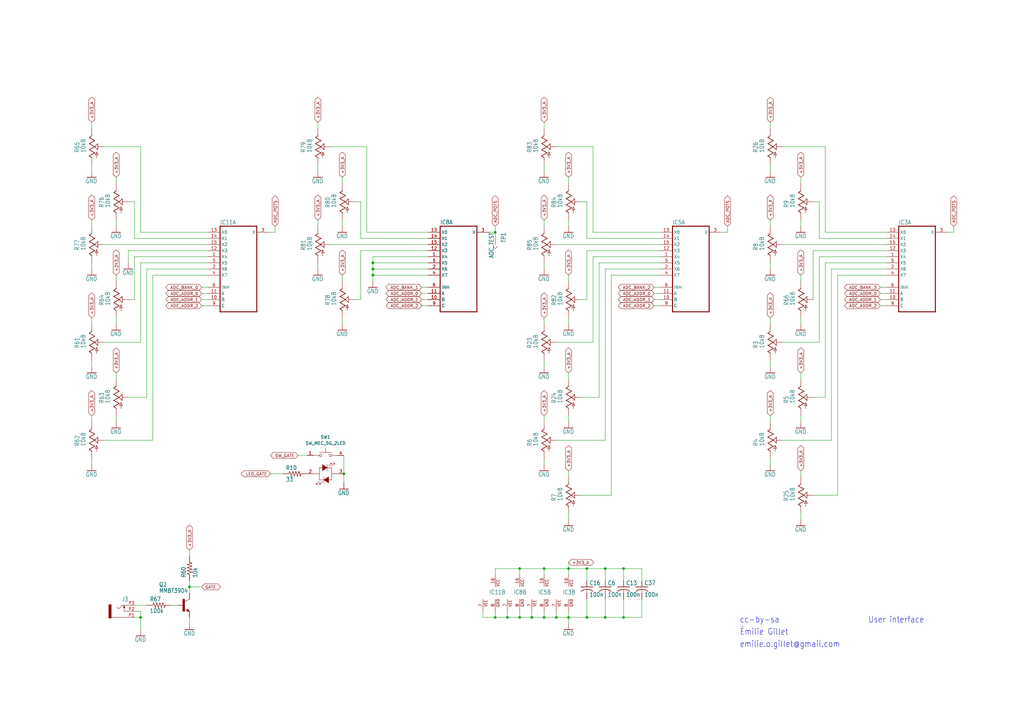
<source format=kicad_sch>
(kicad_sch (version 20211123) (generator eeschema)
  (paper "User" 425.45 299.161)
  (lib_symbols
    (symbol "Switch:SW_MEC_5G_2LED" (pin_names (offset 1.016) hide)
      (property "Reference" "SW" (at -5.08 7.62 0))
      (property "Value" "SW_MEC_5G_2LED" (at 0 -8.89 0))
      (symbol "SW_MEC_5G_2LED_0_1"
        (pin passive line (at -7.62 5.08 0) (length 2.54) (name "1") (number "1"))
        (pin passive line (at -7.62 -2.54 0) (length 2.54) (name "2") (number "2"))
        (pin passive line (at 7.62 -2.54 180) (length 2.54) (name "K") (number "3"))
        (pin passive line (at 7.62 5.08 180) (length 2.54) (name "A") (number "4"))
      )
    )
    (symbol "elements-eagle-import:-NPN-SOT23-BEC"
      (property "Reference" "T" (at -10.16 7.62 0))
      (property "Value" "-NPN-SOT23-BEC" (at -10.16 5.08 0))
      (symbol "-NPN-SOT23-BEC_1_0"
        (pin passive line (at -2.54 0 0) (length 2.54) (name "B") (number "B"))
        (pin passive line (at 2.54 5.08 270) (length 2.54) (name "C") (number "C"))
        (pin passive line (at 2.54 -5.08 90) (length 2.54) (name "E") (number "E"))
      )
    )
    (symbol "elements-eagle-import:4051PW"
      (property "Reference" "IC" (at -2.54 -0.635 0))
      (symbol "4051PW_1_0"
        (pin bidirectional line (at -12.7 5.08 0) (length 5.08) (name "X4") (number "1"))
        (pin input line (at -12.7 -12.7 0) (length 5.08) (name "B") (number "10"))
        (pin input line (at -12.7 -10.16 0) (length 5.08) (name "A") (number "11"))
        (pin bidirectional line (at -12.7 7.62 0) (length 5.08) (name "X3") (number "12"))
        (pin bidirectional line (at -12.7 15.24 0) (length 5.08) (name "X0") (number "13"))
        (pin bidirectional line (at -12.7 12.7 0) (length 5.08) (name "X1") (number "14"))
        (pin bidirectional line (at -12.7 10.16 0) (length 5.08) (name "X2") (number "15"))
        (pin bidirectional line (at -12.7 0 0) (length 5.08) (name "X6") (number "2"))
        (pin bidirectional line (at 12.7 15.24 180) (length 5.08) (name "X") (number "3"))
        (pin bidirectional line (at -12.7 -2.54 0) (length 5.08) (name "X7") (number "4"))
        (pin bidirectional line (at -12.7 2.54 0) (length 5.08) (name "X5") (number "5"))
        (pin input line (at -12.7 -7.62 0) (length 5.08) (name "INH") (number "6"))
        (pin input line (at -12.7 -15.24 0) (length 5.08) (name "C") (number "9"))
      )
      (symbol "4051PW_2_0"
        (text "GND" (at 1.905 -5.842 900) (effects (font (size 1.27 1.0795)) (justify left bottom)))
        (text "VCC" (at 1.905 2.54 900) (effects (font (size 1.27 1.0795)) (justify left bottom)))
        (text "VEE" (at -3.175 -5.842 900) (effects (font (size 1.27 1.0795)) (justify left bottom)))
        (pin power_in line (at 0 7.62 270) (length 5.08) (name "VCC") (number "16"))
        (pin power_in line (at -5.08 -7.62 90) (length 5.08) (name "VEE") (number "7"))
        (pin power_in line (at 0 -7.62 90) (length 5.08) (name "GND") (number "8"))
      )
    )
    (symbol "elements-eagle-import:C-USC0603"
      (property "Reference" "C" (at 1.016 0.635 0))
      (property "Value" "C-USC0603" (at 1.016 -4.191 0))
      (symbol "C-USC0603_1_0"
        (pin passive line (at 0 2.54 270) (length 2.54) (name "1") (number "1"))
        (pin passive line (at 0 -5.08 90) (length 2.54) (name "2") (number "2"))
      )
    )
    (symbol "elements-eagle-import:GND" (power)
      (property "Value" "GND" (at -2.54 -2.54 0))
      (symbol "GND_1_0"
        (pin power_in line (at 0 2.54 270) (length 2.54) (name "GND") (number "1"))
      )
    )
    (symbol "elements-eagle-import:PJ301_THONKICONN6"
      (property "Reference" "J" (at -2.54 4.064 0))
      (symbol "PJ301_THONKICONN6_1_0"
        (pin passive line (at -5.08 -2.54 0) (length 2.54) (name "1") (number "P1"))
        (pin passive line (at -5.08 0 0) (length 2.54) (name "2") (number "P2"))
        (pin passive line (at -5.08 2.54 0) (length 2.54) (name "3") (number "P3"))
      )
    )
    (symbol "elements-eagle-import:POT_USVERTICAL"
      (property "Reference" "R" (at -5.08 -2.54 90))
      (property "Value" "POT_USVERTICAL" (at -2.54 -2.54 90))
      (symbol "POT_USVERTICAL_1_0"
        (pin passive line (at 0 7.62 270) (length 2.54) (name "E") (number "P$1"))
        (pin passive line (at 5.08 0 180) (length 2.54) (name "S") (number "P$2"))
        (pin passive line (at 0 -7.62 90) (length 2.54) (name "A") (number "P$3"))
      )
    )
    (symbol "elements-eagle-import:POT_USVERTICAL_PS"
      (property "Reference" "R" (at -5.08 -2.54 90))
      (property "Value" "POT_USVERTICAL_PS" (at -2.54 -2.54 90))
      (symbol "POT_USVERTICAL_PS_1_0"
        (pin passive line (at 0 7.62 270) (length 2.54) (name "E") (number "P$1"))
        (pin passive line (at 5.08 0 180) (length 2.54) (name "S") (number "P$2"))
        (pin passive line (at 0 -7.62 90) (length 2.54) (name "A") (number "P$3"))
      )
    )
    (symbol "elements-eagle-import:R-US_R0603"
      (property "Reference" "R" (at -3.81 1.4986 0))
      (property "Value" "R-US_R0603" (at -3.81 -3.302 0))
      (symbol "R-US_R0603_1_0"
        (pin passive line (at -5.08 0 0) (length 2.54) (name "1") (number "1"))
        (pin passive line (at 5.08 0 180) (length 2.54) (name "2") (number "2"))
      )
    )
    (symbol "elements-eagle-import:TEST-POINT3"
      (property "Reference" "TP" (at -2.54 2.54 0))
      (property "Value" "TEST-POINT3" (at -2.54 -2.54 0))
      (symbol "TEST-POINT3_1_0"
        (pin bidirectional line (at 0 0 180) (length 0) (name "1") (number "P$1"))
      )
    )
  )
  (junction (at 236.22 256.54))
  (junction (at 243.84 256.54))
  (junction (at 78.74 243.84))
  (junction (at 205.74 96.52))
  (junction (at 154.94 111.76))
  (junction (at 251.46 256.54))
  (junction (at 215.9 256.54))
  (junction (at 58.42 256.54))
  (junction (at 205.74 256.54))
  (junction (at 236.22 236.22))
  (junction (at 243.84 236.22))
  (junction (at 220.98 256.54))
  (junction (at 226.06 256.54))
  (junction (at 231.14 256.54))
  (junction (at 259.08 256.54))
  (junction (at 251.46 236.22))
  (junction (at 215.9 236.22))
  (junction (at 259.08 236.22))
  (junction (at 210.82 256.54))
  (junction (at 154.94 109.22))
  (junction (at 154.94 114.3))
  (junction (at 142.875 196.85))
  (junction (at 226.06 236.22))
  (wire (pts (xy 254 205.74) (xy 254 114.3)))
  (wire (pts (xy 154.94 109.22) (xy 154.94 111.76)))
  (wire (pts (xy 86.36 127) (xy 83.82 127)))
  (wire (pts (xy 251.46 182.88) (xy 251.46 111.76)))
  (wire (pts (xy 243.84 99.06) (xy 274.32 99.06)))
  (wire (pts (xy 210.82 256.54) (xy 215.9 256.54)))
  (wire (pts (xy 152.4 96.52) (xy 177.8 96.52)))
  (wire (pts (xy 200.66 254) (xy 200.66 256.54)))
  (wire (pts (xy 63.5 114.3) (xy 86.36 114.3)))
  (wire (pts (xy 337.82 104.14) (xy 368.3 104.14)))
  (wire (pts (xy 345.44 182.88) (xy 345.44 111.76)))
  (wire (pts (xy 205.74 96.52) (xy 205.74 93.98)))
  (wire (pts (xy 332.74 157.48) (xy 332.74 154.94)))
  (wire (pts (xy 203.2 96.52) (xy 205.74 96.52)))
  (wire (pts (xy 251.46 248.92) (xy 251.46 256.54)))
  (wire (pts (xy 226.06 93.98) (xy 226.06 91.44)))
  (wire (pts (xy 86.36 124.46) (xy 83.82 124.46)))
  (wire (pts (xy 325.12 60.96) (xy 342.9 60.96)))
  (wire (pts (xy 248.92 165.1) (xy 248.92 109.22)))
  (wire (pts (xy 58.42 96.52) (xy 86.36 96.52)))
  (wire (pts (xy 111.76 96.52) (xy 114.3 96.52)))
  (wire (pts (xy 274.32 127) (xy 271.78 127)))
  (wire (pts (xy 345.44 111.76) (xy 368.3 111.76)))
  (wire (pts (xy 248.92 109.22) (xy 274.32 109.22)))
  (wire (pts (xy 123.825 189.23) (xy 127.635 189.23)))
  (wire (pts (xy 215.9 236.22) (xy 226.06 236.22)))
  (wire (pts (xy 243.84 104.14) (xy 274.32 104.14)))
  (wire (pts (xy 320.04 93.98) (xy 320.04 91.44)))
  (wire (pts (xy 337.82 124.46) (xy 337.82 104.14)))
  (wire (pts (xy 177.8 127) (xy 175.26 127)))
  (wire (pts (xy 55.88 99.06) (xy 86.36 99.06)))
  (wire (pts (xy 274.32 124.46) (xy 271.78 124.46)))
  (wire (pts (xy 236.22 198.12) (xy 236.22 195.58)))
  (wire (pts (xy 243.84 83.82) (xy 243.84 99.06)))
  (wire (pts (xy 274.32 119.38) (xy 271.78 119.38)))
  (wire (pts (xy 246.38 106.68) (xy 274.32 106.68)))
  (wire (pts (xy 132.08 68.58) (xy 132.08 71.12)))
  (wire (pts (xy 226.06 238.76) (xy 226.06 236.22)))
  (wire (pts (xy 154.94 106.68) (xy 154.94 109.22)))
  (wire (pts (xy 63.5 182.88) (xy 63.5 114.3)))
  (wire (pts (xy 320.04 134.62) (xy 320.04 132.08)))
  (wire (pts (xy 251.46 241.3) (xy 251.46 236.22)))
  (wire (pts (xy 342.9 165.1) (xy 342.9 109.22)))
  (wire (pts (xy 86.36 104.14) (xy 53.34 104.14)))
  (wire (pts (xy 205.74 96.52) (xy 205.74 99.06)))
  (wire (pts (xy 246.38 142.24) (xy 246.38 106.68)))
  (wire (pts (xy 38.1 109.22) (xy 38.1 111.76)))
  (wire (pts (xy 243.84 248.92) (xy 243.84 256.54)))
  (wire (pts (xy 241.3 205.74) (xy 254 205.74)))
  (wire (pts (xy 251.46 236.22) (xy 259.08 236.22)))
  (wire (pts (xy 58.42 142.24) (xy 58.42 109.22)))
  (wire (pts (xy 177.8 114.3) (xy 154.94 114.3)))
  (wire (pts (xy 58.42 60.96) (xy 58.42 96.52)))
  (wire (pts (xy 149.86 99.06) (xy 177.8 99.06)))
  (wire (pts (xy 149.86 83.82) (xy 149.86 99.06)))
  (wire (pts (xy 251.46 256.54) (xy 259.08 256.54)))
  (wire (pts (xy 320.04 190.5) (xy 320.04 193.04)))
  (wire (pts (xy 274.32 121.92) (xy 271.78 121.92)))
  (wire (pts (xy 152.4 60.96) (xy 152.4 96.52)))
  (wire (pts (xy 347.98 114.3) (xy 368.3 114.3)))
  (wire (pts (xy 48.26 157.48) (xy 48.26 154.94)))
  (wire (pts (xy 38.1 175.26) (xy 38.1 172.72)))
  (wire (pts (xy 337.82 83.82) (xy 340.36 83.82)))
  (wire (pts (xy 236.22 256.54) (xy 243.84 256.54)))
  (wire (pts (xy 142.24 76.2) (xy 142.24 73.66)))
  (wire (pts (xy 149.86 104.14) (xy 177.8 104.14)))
  (wire (pts (xy 205.74 256.54) (xy 210.82 256.54)))
  (wire (pts (xy 342.9 60.96) (xy 342.9 96.52)))
  (wire (pts (xy 48.26 132.08) (xy 48.26 134.62)))
  (wire (pts (xy 147.32 83.82) (xy 149.86 83.82)))
  (wire (pts (xy 215.9 256.54) (xy 220.98 256.54)))
  (wire (pts (xy 142.875 196.85) (xy 142.875 200.66)))
  (wire (pts (xy 147.32 124.46) (xy 149.86 124.46)))
  (wire (pts (xy 177.8 124.46) (xy 175.26 124.46)))
  (wire (pts (xy 231.14 60.96) (xy 246.38 60.96)))
  (wire (pts (xy 241.3 83.82) (xy 243.84 83.82)))
  (wire (pts (xy 60.96 111.76) (xy 86.36 111.76)))
  (wire (pts (xy 259.08 241.3) (xy 259.08 236.22)))
  (wire (pts (xy 231.14 142.24) (xy 246.38 142.24)))
  (wire (pts (xy 325.12 182.88) (xy 345.44 182.88)))
  (wire (pts (xy 332.74 76.2) (xy 332.74 73.66)))
  (wire (pts (xy 266.7 248.92) (xy 266.7 256.54)))
  (wire (pts (xy 347.98 205.74) (xy 347.98 114.3)))
  (wire (pts (xy 236.22 236.22) (xy 236.22 233.68)))
  (wire (pts (xy 177.8 109.22) (xy 154.94 109.22)))
  (wire (pts (xy 58.42 109.22) (xy 86.36 109.22)))
  (wire (pts (xy 177.8 106.68) (xy 154.94 106.68)))
  (wire (pts (xy 142.24 132.08) (xy 142.24 134.62)))
  (wire (pts (xy 55.88 124.46) (xy 55.88 106.68)))
  (wire (pts (xy 48.26 91.44) (xy 48.26 93.98)))
  (wire (pts (xy 396.24 96.52) (xy 396.24 93.98)))
  (wire (pts (xy 340.36 106.68) (xy 368.3 106.68)))
  (wire (pts (xy 368.3 121.92) (xy 365.76 121.92)))
  (wire (pts (xy 53.34 165.1) (xy 60.96 165.1)))
  (wire (pts (xy 226.06 149.86) (xy 226.06 152.4)))
  (wire (pts (xy 259.08 256.54) (xy 266.7 256.54)))
  (wire (pts (xy 215.9 254) (xy 215.9 256.54)))
  (wire (pts (xy 142.875 189.23) (xy 142.875 196.85)))
  (wire (pts (xy 226.06 256.54) (xy 231.14 256.54)))
  (wire (pts (xy 48.26 172.72) (xy 48.26 175.26)))
  (wire (pts (xy 137.16 101.6) (xy 177.8 101.6)))
  (wire (pts (xy 48.26 116.84) (xy 48.26 114.3)))
  (wire (pts (xy 220.98 256.54) (xy 226.06 256.54)))
  (wire (pts (xy 60.96 251.46) (xy 55.88 251.46)))
  (wire (pts (xy 78.74 246.38) (xy 78.74 243.84)))
  (wire (pts (xy 340.36 142.24) (xy 340.36 106.68)))
  (wire (pts (xy 38.1 53.34) (xy 38.1 50.8)))
  (wire (pts (xy 226.06 68.58) (xy 226.06 71.12)))
  (wire (pts (xy 246.38 96.52) (xy 274.32 96.52)))
  (wire (pts (xy 236.22 172.72) (xy 236.22 175.26)))
  (wire (pts (xy 337.82 205.74) (xy 347.98 205.74)))
  (wire (pts (xy 246.38 60.96) (xy 246.38 96.52)))
  (wire (pts (xy 332.74 198.12) (xy 332.74 195.58)))
  (wire (pts (xy 226.06 109.22) (xy 226.06 111.76)))
  (wire (pts (xy 243.84 236.22) (xy 251.46 236.22)))
  (wire (pts (xy 43.18 60.96) (xy 58.42 60.96)))
  (wire (pts (xy 332.74 116.84) (xy 332.74 114.3)))
  (wire (pts (xy 226.06 175.26) (xy 226.06 172.72)))
  (wire (pts (xy 38.1 68.58) (xy 38.1 71.12)))
  (wire (pts (xy 78.74 231.14) (xy 78.74 228.6)))
  (wire (pts (xy 236.22 254) (xy 236.22 256.54)))
  (wire (pts (xy 368.3 127) (xy 365.76 127)))
  (wire (pts (xy 226.06 190.5) (xy 226.06 193.04)))
  (wire (pts (xy 337.82 165.1) (xy 342.9 165.1)))
  (wire (pts (xy 53.34 124.46) (xy 55.88 124.46)))
  (wire (pts (xy 78.74 243.84) (xy 78.74 241.3)))
  (wire (pts (xy 320.04 68.58) (xy 320.04 71.12)))
  (wire (pts (xy 226.06 134.62) (xy 226.06 132.08)))
  (wire (pts (xy 243.84 256.54) (xy 251.46 256.54)))
  (wire (pts (xy 231.14 182.88) (xy 251.46 182.88)))
  (wire (pts (xy 114.3 96.52) (xy 114.3 93.98)))
  (wire (pts (xy 340.36 83.82) (xy 340.36 99.06)))
  (wire (pts (xy 236.22 236.22) (xy 243.84 236.22)))
  (wire (pts (xy 55.88 83.82) (xy 55.88 99.06)))
  (wire (pts (xy 342.9 109.22) (xy 368.3 109.22)))
  (wire (pts (xy 38.1 93.98) (xy 38.1 91.44)))
  (wire (pts (xy 117.475 196.85) (xy 112.395 196.85)))
  (wire (pts (xy 177.8 119.38) (xy 175.26 119.38)))
  (wire (pts (xy 154.94 114.3) (xy 154.94 116.84)))
  (wire (pts (xy 58.42 254) (xy 58.42 256.54)))
  (wire (pts (xy 320.04 53.34) (xy 320.04 50.8)))
  (wire (pts (xy 43.18 142.24) (xy 58.42 142.24)))
  (wire (pts (xy 177.8 121.92) (xy 175.26 121.92)))
  (wire (pts (xy 53.34 83.82) (xy 55.88 83.82)))
  (wire (pts (xy 205.74 236.22) (xy 215.9 236.22)))
  (wire (pts (xy 320.04 175.26) (xy 320.04 172.72)))
  (wire (pts (xy 231.14 256.54) (xy 236.22 256.54)))
  (wire (pts (xy 325.12 142.24) (xy 340.36 142.24)))
  (wire (pts (xy 259.08 236.22) (xy 266.7 236.22)))
  (wire (pts (xy 43.18 182.88) (xy 63.5 182.88)))
  (wire (pts (xy 38.1 134.62) (xy 38.1 132.08)))
  (wire (pts (xy 132.08 109.22) (xy 132.08 111.76)))
  (wire (pts (xy 60.96 165.1) (xy 60.96 111.76)))
  (wire (pts (xy 236.22 91.44) (xy 236.22 93.98)))
  (wire (pts (xy 241.3 124.46) (xy 243.84 124.46)))
  (wire (pts (xy 236.22 76.2) (xy 236.22 73.66)))
  (wire (pts (xy 299.72 96.52) (xy 302.26 96.52)))
  (wire (pts (xy 332.74 132.08) (xy 332.74 134.62)))
  (wire (pts (xy 332.74 91.44) (xy 332.74 93.98)))
  (wire (pts (xy 266.7 241.3) (xy 266.7 236.22)))
  (wire (pts (xy 231.14 101.6) (xy 274.32 101.6)))
  (wire (pts (xy 142.24 116.84) (xy 142.24 114.3)))
  (wire (pts (xy 302.26 96.52) (xy 302.26 93.98)))
  (wire (pts (xy 368.3 119.38) (xy 365.76 119.38)))
  (wire (pts (xy 226.06 254) (xy 226.06 256.54)))
  (wire (pts (xy 332.74 172.72) (xy 332.74 175.26)))
  (wire (pts (xy 154.94 111.76) (xy 154.94 114.3)))
  (wire (pts (xy 236.22 213.36) (xy 236.22 215.9)))
  (wire (pts (xy 254 114.3) (xy 274.32 114.3)))
  (wire (pts (xy 53.34 104.14) (xy 53.34 109.22)))
  (wire (pts (xy 236.22 132.08) (xy 236.22 134.62)))
  (wire (pts (xy 55.88 254) (xy 58.42 254)))
  (wire (pts (xy 48.26 76.2) (xy 48.26 73.66)))
  (wire (pts (xy 200.66 256.54) (xy 205.74 256.54)))
  (wire (pts (xy 243.84 124.46) (xy 243.84 104.14)))
  (wire (pts (xy 43.18 101.6) (xy 86.36 101.6)))
  (wire (pts (xy 132.08 93.98) (xy 132.08 91.44)))
  (wire (pts (xy 142.24 91.44) (xy 142.24 93.98)))
  (wire (pts (xy 215.9 238.76) (xy 215.9 236.22)))
  (wire (pts (xy 137.16 60.96) (xy 152.4 60.96)))
  (wire (pts (xy 236.22 238.76) (xy 236.22 236.22)))
  (wire (pts (xy 332.74 213.36) (xy 332.74 215.9)))
  (wire (pts (xy 86.36 119.38) (xy 83.82 119.38)))
  (wire (pts (xy 38.1 190.5) (xy 38.1 193.04)))
  (wire (pts (xy 320.04 109.22) (xy 320.04 111.76)))
  (wire (pts (xy 226.06 53.34) (xy 226.06 50.8)))
  (wire (pts (xy 86.36 121.92) (xy 83.82 121.92)))
  (wire (pts (xy 78.74 243.84) (xy 83.82 243.84)))
  (wire (pts (xy 340.36 99.06) (xy 368.3 99.06)))
  (wire (pts (xy 243.84 241.3) (xy 243.84 236.22)))
  (wire (pts (xy 71.12 251.46) (xy 73.66 251.46)))
  (wire (pts (xy 259.08 248.92) (xy 259.08 256.54)))
  (wire (pts (xy 393.7 96.52) (xy 396.24 96.52)))
  (wire (pts (xy 220.98 254) (xy 220.98 256.54)))
  (wire (pts (xy 205.74 254) (xy 205.74 256.54)))
  (wire (pts (xy 342.9 96.52) (xy 368.3 96.52)))
  (wire (pts (xy 241.3 165.1) (xy 248.92 165.1)))
  (wire (pts (xy 55.88 106.68) (xy 86.36 106.68)))
  (wire (pts (xy 251.46 111.76) (xy 274.32 111.76)))
  (wire (pts (xy 58.42 256.54) (xy 58.42 261.62)))
  (wire (pts (xy 236.22 256.54) (xy 236.22 259.08)))
  (wire (pts (xy 149.86 124.46) (xy 149.86 104.14)))
  (wire (pts (xy 210.82 254) (xy 210.82 256.54)))
  (wire (pts (xy 205.74 238.76) (xy 205.74 236.22)))
  (wire (pts (xy 320.04 149.86) (xy 320.04 152.4)))
  (wire (pts (xy 78.74 256.54) (xy 78.74 259.08)))
  (wire (pts (xy 38.1 149.86) (xy 38.1 152.4)))
  (wire (pts (xy 231.14 254) (xy 231.14 256.54)))
  (wire (pts (xy 368.3 124.46) (xy 365.76 124.46)))
  (wire (pts (xy 236.22 116.84) (xy 236.22 114.3)))
  (wire (pts (xy 325.12 101.6) (xy 368.3 101.6)))
  (wire (pts (xy 55.88 256.54) (xy 58.42 256.54)))
  (wire (pts (xy 177.8 111.76) (xy 154.94 111.76)))
  (wire (pts (xy 236.22 157.48) (xy 236.22 154.94)))
  (wire (pts (xy 226.06 236.22) (xy 236.22 236.22)))
  (wire (pts (xy 132.08 53.34) (xy 132.08 50.8)))
  (text "User interface" (at 360.68 259.08 180) (effects (font (size 2.54 2.159)) (justify left bottom)))
  (text "emilie.o.gillet@gmail.com" (at 307.34 269.24 180) (effects (font (size 2.54 2.159)) (justify left bottom)))
  (text "cc-by-sa" (at 307.34 259.08 180) (effects (font (size 2.54 2.159)) (justify left bottom)))
  (text "Émilie Gillet" (at 307.34 264.16 180) (effects (font (size 2.54 2.159)) (justify left bottom)))
  (global_label "+3V3_A" (shape bidirectional) (at 48.26 73.66 90) (effects (font (size 1.2446 1.2446))) (property "Intersheet References" "${INTERSHEET_REFS}" (effects hide)))
  (global_label "+3V3_A" (shape bidirectional) (at 132.08 91.44 90) (effects (font (size 1.2446 1.2446))) (property "Intersheet References" "${INTERSHEET_REFS}" (effects hide)))
  (global_label "+3V3_A" (shape bidirectional) (at 226.06 132.08 90) (effects (font (size 1.2446 1.2446))) (property "Intersheet References" "${INTERSHEET_REFS}" (effects hide)))
  (global_label "+3V3_A" (shape bidirectional) (at 332.74 73.66 90) (effects (font (size 1.2446 1.2446))) (property "Intersheet References" "${INTERSHEET_REFS}" (effects hide)))
  (global_label "+3V3_A" (shape bidirectional) (at 226.06 91.44 90) (effects (font (size 1.2446 1.2446))) (property "Intersheet References" "${INTERSHEET_REFS}" (effects hide)))
  (global_label "+3V3_A" (shape bidirectional) (at 48.26 114.3 90) (effects (font (size 1.2446 1.2446))) (property "Intersheet References" "${INTERSHEET_REFS}" (effects hide)))
  (global_label "+3V3_A" (shape bidirectional) (at 142.24 73.66 90) (effects (font (size 1.2446 1.2446))) (property "Intersheet References" "${INTERSHEET_REFS}" (effects hide)))
  (global_label "ADC_ADDR_2" (shape bidirectional) (at 83.82 127 180) (effects (font (size 1.2446 1.2446))) (property "Intersheet References" "${INTERSHEET_REFS}" (effects hide)))
  (global_label "+3V3_A" (shape bidirectional) (at 332.74 154.94 90) (effects (font (size 1.2446 1.2446))) (property "Intersheet References" "${INTERSHEET_REFS}" (effects hide)))
  (global_label "+3V3_A" (shape bidirectional) (at 320.04 132.08 90) (effects (font (size 1.2446 1.2446))) (property "Intersheet References" "${INTERSHEET_REFS}" (effects hide)))
  (global_label "+3V3_A" (shape bidirectional) (at 226.06 50.8 90) (effects (font (size 1.2446 1.2446))) (property "Intersheet References" "${INTERSHEET_REFS}" (effects hide)))
  (global_label "+3V3_A" (shape bidirectional) (at 38.1 91.44 90) (effects (font (size 1.2446 1.2446))) (property "Intersheet References" "${INTERSHEET_REFS}" (effects hide)))
  (global_label "+3V3_A" (shape bidirectional) (at 236.22 73.66 90) (effects (font (size 1.2446 1.2446))) (property "Intersheet References" "${INTERSHEET_REFS}" (effects hide)))
  (global_label "ADC_ADDR_0" (shape bidirectional) (at 83.82 121.92 180) (effects (font (size 1.2446 1.2446))) (property "Intersheet References" "${INTERSHEET_REFS}" (effects hide)))
  (global_label "ADC_ADDR_1" (shape bidirectional) (at 175.26 124.46 180) (effects (font (size 1.2446 1.2446))) (property "Intersheet References" "${INTERSHEET_REFS}" (effects hide)))
  (global_label "+3V3_A" (shape bidirectional) (at 38.1 50.8 90) (effects (font (size 1.2446 1.2446))) (property "Intersheet References" "${INTERSHEET_REFS}" (effects hide)))
  (global_label "+3V3_A" (shape bidirectional) (at 38.1 132.08 90) (effects (font (size 1.2446 1.2446))) (property "Intersheet References" "${INTERSHEET_REFS}" (effects hide)))
  (global_label "LED_GATE" (shape bidirectional) (at 112.395 196.85 180) (effects (font (size 1.2446 1.2446))) (property "Intersheet References" "${INTERSHEET_REFS}" (effects hide)))
  (global_label "+3V3_A" (shape bidirectional) (at 78.74 228.6 90) (effects (font (size 1.2446 1.2446))) (property "Intersheet References" "${INTERSHEET_REFS}" (effects hide)))
  (global_label "ADC_BANK_1" (shape bidirectional) (at 175.26 119.38 180) (effects (font (size 1.2446 1.2446))) (property "Intersheet References" "${INTERSHEET_REFS}" (effects hide)))
  (global_label "+3V3_A" (shape bidirectional) (at 226.06 172.72 90) (effects (font (size 1.2446 1.2446))) (property "Intersheet References" "${INTERSHEET_REFS}" (effects hide)))
  (global_label "+3V3_A" (shape bidirectional) (at 48.26 154.94 90) (effects (font (size 1.2446 1.2446))) (property "Intersheet References" "${INTERSHEET_REFS}" (effects hide)))
  (global_label "+3V3_A" (shape bidirectional) (at 332.74 114.3 90) (effects (font (size 1.2446 1.2446))) (property "Intersheet References" "${INTERSHEET_REFS}" (effects hide)))
  (global_label "ADC_POTS" (shape bidirectional) (at 396.24 93.98 90) (effects (font (size 1.2446 1.2446))) (property "Intersheet References" "${INTERSHEET_REFS}" (effects hide)))
  (global_label "ADC_POTS" (shape bidirectional) (at 302.26 93.98 90) (effects (font (size 1.2446 1.2446))) (property "Intersheet References" "${INTERSHEET_REFS}" (effects hide)))
  (global_label "ADC_BANK_2" (shape bidirectional) (at 271.78 119.38 180) (effects (font (size 1.2446 1.2446))) (property "Intersheet References" "${INTERSHEET_REFS}" (effects hide)))
  (global_label "+3V3_A" (shape bidirectional) (at 236.22 114.3 90) (effects (font (size 1.2446 1.2446))) (property "Intersheet References" "${INTERSHEET_REFS}" (effects hide)))
  (global_label "+3V3_A" (shape bidirectional) (at 236.22 195.58 90) (effects (font (size 1.2446 1.2446))) (property "Intersheet References" "${INTERSHEET_REFS}" (effects hide)))
  (global_label "ADC_ADDR_2" (shape bidirectional) (at 365.76 127 180) (effects (font (size 1.2446 1.2446))) (property "Intersheet References" "${INTERSHEET_REFS}" (effects hide)))
  (global_label "+3V3_A" (shape bidirectional) (at 320.04 91.44 90) (effects (font (size 1.2446 1.2446))) (property "Intersheet References" "${INTERSHEET_REFS}" (effects hide)))
  (global_label "GATE" (shape bidirectional) (at 83.82 243.84 0) (effects (font (size 1.2446 1.2446))) (property "Intersheet References" "${INTERSHEET_REFS}" (effects hide)))
  (global_label "+3V3_A" (shape bidirectional) (at 320.04 172.72 90) (effects (font (size 1.2446 1.2446))) (property "Intersheet References" "${INTERSHEET_REFS}" (effects hide)))
  (global_label "ADC_ADDR_2" (shape bidirectional) (at 271.78 127 180) (effects (font (size 1.2446 1.2446))) (property "Intersheet References" "${INTERSHEET_REFS}" (effects hide)))
  (global_label "ADC_ADDR_0" (shape bidirectional) (at 271.78 121.92 180) (effects (font (size 1.2446 1.2446))) (property "Intersheet References" "${INTERSHEET_REFS}" (effects hide)))
  (global_label "+3V3_A" (shape bidirectional) (at 236.22 233.68 0) (effects (font (size 1.2446 1.2446))) (property "Intersheet References" "${INTERSHEET_REFS}" (effects hide)))
  (global_label "+3V3_A" (shape bidirectional) (at 132.08 50.8 90) (effects (font (size 1.2446 1.2446))) (property "Intersheet References" "${INTERSHEET_REFS}" (effects hide)))
  (global_label "ADC_ADDR_1" (shape bidirectional) (at 365.76 124.46 180) (effects (font (size 1.2446 1.2446))) (property "Intersheet References" "${INTERSHEET_REFS}" (effects hide)))
  (global_label "ADC_POTS" (shape bidirectional) (at 114.3 93.98 90) (effects (font (size 1.2446 1.2446))) (property "Intersheet References" "${INTERSHEET_REFS}" (effects hide)))
  (global_label "+3V3_A" (shape bidirectional) (at 236.22 154.94 90) (effects (font (size 1.2446 1.2446))) (property "Intersheet References" "${INTERSHEET_REFS}" (effects hide)))
  (global_label "ADC_ADDR_0" (shape bidirectional) (at 175.26 121.92 180) (effects (font (size 1.2446 1.2446))) (property "Intersheet References" "${INTERSHEET_REFS}" (effects hide)))
  (global_label "ADC_BANK_3" (shape bidirectional) (at 365.76 119.38 180) (effects (font (size 1.2446 1.2446))) (property "Intersheet References" "${INTERSHEET_REFS}" (effects hide)))
  (global_label "+3V3_A" (shape bidirectional) (at 38.1 172.72 90) (effects (font (size 1.2446 1.2446))) (property "Intersheet References" "${INTERSHEET_REFS}" (effects hide)))
  (global_label "+3V3_A" (shape bidirectional) (at 332.74 195.58 90) (effects (font (size 1.2446 1.2446))) (property "Intersheet References" "${INTERSHEET_REFS}" (effects hide)))
  (global_label "ADC_ADDR_1" (shape bidirectional) (at 271.78 124.46 180) (effects (font (size 1.2446 1.2446))) (property "Intersheet References" "${INTERSHEET_REFS}" (effects hide)))
  (global_label "ADC_ADDR_2" (shape bidirectional) (at 175.26 127 180) (effects (font (size 1.2446 1.2446))) (property "Intersheet References" "${INTERSHEET_REFS}" (effects hide)))
  (global_label "SW_GATE" (shape bidirectional) (at 123.825 189.23 180) (effects (font (size 1.2446 1.2446))) (property "Intersheet References" "${INTERSHEET_REFS}" (effects hide)))
  (global_label "+3V3_A" (shape bidirectional) (at 142.24 114.3 90) (effects (font (size 1.2446 1.2446))) (property "Intersheet References" "${INTERSHEET_REFS}" (effects hide)))
  (global_label "+3V3_A" (shape bidirectional) (at 320.04 50.8 90) (effects (font (size 1.2446 1.2446))) (property "Intersheet References" "${INTERSHEET_REFS}" (effects hide)))
  (global_label "ADC_ADDR_0" (shape bidirectional) (at 365.76 121.92 180) (effects (font (size 1.2446 1.2446))) (property "Intersheet References" "${INTERSHEET_REFS}" (effects hide)))
  (global_label "ADC_POTS" (shape bidirectional) (at 205.74 93.98 90) (effects (font (size 1.2446 1.2446))) (property "Intersheet References" "${INTERSHEET_REFS}" (effects hide)))
  (global_label "ADC_ADDR_1" (shape bidirectional) (at 83.82 124.46 180) (effects (font (size 1.2446 1.2446))) (property "Intersheet References" "${INTERSHEET_REFS}" (effects hide)))
  (global_label "ADC_BANK_0" (shape bidirectional) (at 83.82 119.38 180) (effects (font (size 1.2446 1.2446))) (property "Intersheet References" "${INTERSHEET_REFS}" (effects hide)))
  (symbol (lib_id "elements-eagle-import:GND") (at 332.74 96.52 0) (unit 1)
    (property "Reference" "#GND094" (effects hide))
    (property "Value" "GND" (at 330.2 99.06 0) (effects (font (size 1.778 1.5113)) (justify left bottom)))
    (property "Footprint" "elements:" (effects hide))
  )
  (symbol (lib_id "elements-eagle-import:POT_USVERTICAL") (at 142.24 83.82 0) (unit 1)
    (property "Reference" "R80" (at 137.16 86.36 90) (effects (font (size 1.778 1.5113)) (justify left bottom)))
    (property "Value" "10kB" (at 139.7 86.36 90) (effects (font (size 1.778 1.5113)) (justify left bottom)))
    (property "Footprint" "elements:ALPS_POT_VERTICAL" (effects hide))
  )
  (symbol (lib_id "elements-eagle-import:POT_USVERTICAL_PS") (at 332.74 124.46 0) (unit 1)
    (property "Reference" "R66" (at 327.66 127 90) (effects (font (size 1.778 1.5113)) (justify left bottom)))
    (property "Value" "10kB" (at 330.2 127 90) (effects (font (size 1.778 1.5113)) (justify left bottom)))
    (property "Footprint" "elements:ALPS_POT_VERTICAL_PS" (effects hide))
  )
  (symbol (lib_id "elements-eagle-import:GND") (at 48.26 177.8 0) (unit 1)
    (property "Reference" "#GND049" (effects hide))
    (property "Value" "GND" (at 45.72 180.34 0) (effects (font (size 1.778 1.5113)) (justify left bottom)))
    (property "Footprint" "elements:" (effects hide))
  )
  (symbol (lib_id "elements-eagle-import:POT_USVERTICAL") (at 132.08 101.6 0) (unit 1)
    (property "Reference" "R81" (at 127 104.14 90) (effects (font (size 1.778 1.5113)) (justify left bottom)))
    (property "Value" "10kB" (at 129.54 104.14 90) (effects (font (size 1.778 1.5113)) (justify left bottom)))
    (property "Footprint" "elements:ALPS_POT_VERTICAL" (effects hide))
  )
  (symbol (lib_id "elements-eagle-import:GND") (at 236.22 137.16 0) (unit 1)
    (property "Reference" "#GND084" (effects hide))
    (property "Value" "GND" (at 233.68 139.7 0) (effects (font (size 1.778 1.5113)) (justify left bottom)))
    (property "Footprint" "elements:" (effects hide))
  )
  (symbol (lib_id "elements-eagle-import:R-US_R0603") (at 78.74 236.22 90) (unit 1)
    (property "Reference" "R60" (at 77.2414 240.03 0) (effects (font (size 1.778 1.5113)) (justify left bottom)))
    (property "Value" "10k" (at 82.042 240.03 0) (effects (font (size 1.778 1.5113)) (justify left bottom)))
    (property "Footprint" "elements:R0603" (effects hide))
  )
  (symbol (lib_id "elements-eagle-import:GND") (at 132.08 114.3 0) (unit 1)
    (property "Reference" "#GND083" (effects hide))
    (property "Value" "GND" (at 129.54 116.84 0) (effects (font (size 1.778 1.5113)) (justify left bottom)))
    (property "Footprint" "elements:" (effects hide))
  )
  (symbol (lib_id "elements-eagle-import:POT_USVERTICAL_PS") (at 48.26 165.1 0) (unit 1)
    (property "Reference" "R63" (at 43.18 167.64 90) (effects (font (size 1.778 1.5113)) (justify left bottom)))
    (property "Value" "10kB" (at 45.72 167.64 90) (effects (font (size 1.778 1.5113)) (justify left bottom)))
    (property "Footprint" "elements:ALPS_POT_VERTICAL_PS" (effects hide))
  )
  (symbol (lib_id "elements-eagle-import:GND") (at 236.22 261.62 0) (unit 1)
    (property "Reference" "#GND0100" (effects hide))
    (property "Value" "GND" (at 233.68 264.16 0) (effects (font (size 1.778 1.5113)) (justify left bottom)))
    (property "Footprint" "elements:" (effects hide))
  )
  (symbol (lib_id "elements-eagle-import:GND") (at 320.04 114.3 0) (unit 1)
    (property "Reference" "#GND090" (effects hide))
    (property "Value" "GND" (at 317.5 116.84 0) (effects (font (size 1.778 1.5113)) (justify left bottom)))
    (property "Footprint" "elements:" (effects hide))
  )
  (symbol (lib_id "elements-eagle-import:POT_USVERTICAL") (at 48.26 83.82 0) (unit 1)
    (property "Reference" "R76" (at 43.18 86.36 90) (effects (font (size 1.778 1.5113)) (justify left bottom)))
    (property "Value" "10kB" (at 45.72 86.36 90) (effects (font (size 1.778 1.5113)) (justify left bottom)))
    (property "Footprint" "elements:ALPS_POT_VERTICAL" (effects hide))
  )
  (symbol (lib_id "elements-eagle-import:POT_USVERTICAL") (at 132.08 60.96 0) (unit 1)
    (property "Reference" "R79" (at 127 63.5 90) (effects (font (size 1.778 1.5113)) (justify left bottom)))
    (property "Value" "10kB" (at 129.54 63.5 90) (effects (font (size 1.778 1.5113)) (justify left bottom)))
    (property "Footprint" "elements:ALPS_POT_VERTICAL" (effects hide))
  )
  (symbol (lib_id "elements-eagle-import:POT_USVERTICAL_PS") (at 320.04 182.88 0) (unit 1)
    (property "Reference" "R4" (at 314.96 185.42 90) (effects (font (size 1.778 1.5113)) (justify left bottom)))
    (property "Value" "10kB" (at 317.5 185.42 90) (effects (font (size 1.778 1.5113)) (justify left bottom)))
    (property "Footprint" "elements:ALPS_POT_VERTICAL_PS" (effects hide))
  )
  (symbol (lib_id "elements-eagle-import:4051PW") (at 99.06 111.76 0) (unit 1)
    (property "Reference" "IC11" (at 91.44 93.345 0) (effects (font (size 1.778 1.5113)) (justify left bottom)))
    (property "Value" "4051PW" (effects hide))
    (property "Footprint" "elements:TSSOP16" (effects hide))
  )
  (symbol (lib_id "elements-eagle-import:GND") (at 320.04 73.66 0) (unit 1)
    (property "Reference" "#GND088" (effects hide))
    (property "Value" "GND" (at 317.5 76.2 0) (effects (font (size 1.778 1.5113)) (justify left bottom)))
    (property "Footprint" "elements:" (effects hide))
  )
  (symbol (lib_id "elements-eagle-import:POT_USVERTICAL_PS") (at 236.22 205.74 0) (unit 1)
    (property "Reference" "R7" (at 231.14 208.28 90) (effects (font (size 1.778 1.5113)) (justify left bottom)))
    (property "Value" "10kB" (at 233.68 208.28 90) (effects (font (size 1.778 1.5113)) (justify left bottom)))
    (property "Footprint" "elements:ALPS_POT_VERTICAL_PS" (effects hide))
  )
  (symbol (lib_id "elements-eagle-import:POT_USVERTICAL") (at 226.06 101.6 0) (unit 1)
    (property "Reference" "R85" (at 220.98 104.14 90) (effects (font (size 1.778 1.5113)) (justify left bottom)))
    (property "Value" "10kB" (at 223.52 104.14 90) (effects (font (size 1.778 1.5113)) (justify left bottom)))
    (property "Footprint" "elements:ALPS_POT_VERTICAL" (effects hide))
  )
  (symbol (lib_id "elements-eagle-import:GND") (at 226.06 195.58 0) (unit 1)
    (property "Reference" "#GND089" (effects hide))
    (property "Value" "GND" (at 223.52 198.12 0) (effects (font (size 1.778 1.5113)) (justify left bottom)))
    (property "Footprint" "elements:" (effects hide))
  )
  (symbol (lib_id "elements-eagle-import:4051PW") (at 381 111.76 0) (unit 1)
    (property "Reference" "IC3" (at 373.38 93.345 0) (effects (font (size 1.778 1.5113)) (justify left bottom)))
    (property "Value" "4051PW" (effects hide))
    (property "Footprint" "elements:TSSOP16" (effects hide))
  )
  (symbol (lib_id "elements-eagle-import:GND") (at 226.06 114.3 0) (unit 1)
    (property "Reference" "#GND087" (effects hide))
    (property "Value" "GND" (at 223.52 116.84 0) (effects (font (size 1.778 1.5113)) (justify left bottom)))
    (property "Footprint" "elements:" (effects hide))
  )
  (symbol (lib_id "elements-eagle-import:4051PW") (at 287.02 111.76 0) (unit 1)
    (property "Reference" "IC5" (at 279.4 93.345 0) (effects (font (size 1.778 1.5113)) (justify left bottom)))
    (property "Value" "4051PW" (effects hide))
    (property "Footprint" "elements:TSSOP16" (effects hide))
  )
  (symbol (lib_id "elements-eagle-import:GND") (at 53.34 111.76 0) (unit 1)
    (property "Reference" "#GND0101" (effects hide))
    (property "Value" "GND" (at 50.8 114.3 0) (effects (font (size 1.778 1.5113)) (justify left bottom)))
    (property "Footprint" "elements:" (effects hide))
  )
  (symbol (lib_id "elements-eagle-import:POT_USVERTICAL") (at 236.22 83.82 0) (unit 1)
    (property "Reference" "R84" (at 231.14 86.36 90) (effects (font (size 1.778 1.5113)) (justify left bottom)))
    (property "Value" "10kB" (at 233.68 86.36 90) (effects (font (size 1.778 1.5113)) (justify left bottom)))
    (property "Footprint" "elements:ALPS_POT_VERTICAL" (effects hide))
  )
  (symbol (lib_id "elements-eagle-import:GND") (at 142.24 137.16 0) (unit 1)
    (property "Reference" "#GND060" (effects hide))
    (property "Value" "GND" (at 139.7 139.7 0) (effects (font (size 1.778 1.5113)) (justify left bottom)))
    (property "Footprint" "elements:" (effects hide))
  )
  (symbol (lib_id "elements-eagle-import:POT_USVERTICAL_PS") (at 236.22 165.1 0) (unit 1)
    (property "Reference" "R24" (at 231.14 167.64 90) (effects (font (size 1.778 1.5113)) (justify left bottom)))
    (property "Value" "10kB" (at 233.68 167.64 90) (effects (font (size 1.778 1.5113)) (justify left bottom)))
    (property "Footprint" "elements:ALPS_POT_VERTICAL_PS" (effects hide))
  )
  (symbol (lib_id "elements-eagle-import:GND") (at 236.22 177.8 0) (unit 1)
    (property "Reference" "#GND093" (effects hide))
    (property "Value" "GND" (at 233.68 180.34 0) (effects (font (size 1.778 1.5113)) (justify left bottom)))
    (property "Footprint" "elements:" (effects hide))
  )
  (symbol (lib_id "elements-eagle-import:GND") (at 38.1 154.94 0) (unit 1)
    (property "Reference" "#GND012" (effects hide))
    (property "Value" "GND" (at 35.56 157.48 0) (effects (font (size 1.778 1.5113)) (justify left bottom)))
    (property "Footprint" "elements:" (effects hide))
  )
  (symbol (lib_id "elements-eagle-import:POT_USVERTICAL_PS") (at 48.26 124.46 0) (unit 1)
    (property "Reference" "R64" (at 43.18 127 90) (effects (font (size 1.778 1.5113)) (justify left bottom)))
    (property "Value" "10kB" (at 45.72 127 90) (effects (font (size 1.778 1.5113)) (justify left bottom)))
    (property "Footprint" "elements:ALPS_POT_VERTICAL_PS" (effects hide))
  )
  (symbol (lib_id "elements-eagle-import:GND") (at 320.04 195.58 0) (unit 1)
    (property "Reference" "#GND098" (effects hide))
    (property "Value" "GND" (at 317.5 198.12 0) (effects (font (size 1.778 1.5113)) (justify left bottom)))
    (property "Footprint" "elements:" (effects hide))
  )
  (symbol (lib_id "elements-eagle-import:POT_USVERTICAL_PS") (at 226.06 142.24 0) (unit 1)
    (property "Reference" "R23" (at 220.98 144.78 90) (effects (font (size 1.778 1.5113)) (justify left bottom)))
    (property "Value" "10kB" (at 223.52 144.78 90) (effects (font (size 1.778 1.5113)) (justify left bottom)))
    (property "Footprint" "elements:ALPS_POT_VERTICAL_PS" (effects hide))
  )
  (symbol (lib_id "elements-eagle-import:POT_USVERTICAL") (at 236.22 124.46 0) (unit 1)
    (property "Reference" "R82" (at 231.14 127 90) (effects (font (size 1.778 1.5113)) (justify left bottom)))
    (property "Value" "10kB" (at 233.68 127 90) (effects (font (size 1.778 1.5113)) (justify left bottom)))
    (property "Footprint" "elements:ALPS_POT_VERTICAL" (effects hide))
  )
  (symbol (lib_id "elements-eagle-import:4051PW") (at 190.5 111.76 0) (unit 1)
    (property "Reference" "IC8" (at 182.88 93.345 0) (effects (font (size 1.778 1.5113)) (justify left bottom)))
    (property "Value" "4051PW" (effects hide))
    (property "Footprint" "elements:TSSOP16" (effects hide))
  )
  (symbol (lib_id "elements-eagle-import:GND") (at 48.26 96.52 0) (unit 1)
    (property "Reference" "#GND051" (effects hide))
    (property "Value" "GND" (at 45.72 99.06 0) (effects (font (size 1.778 1.5113)) (justify left bottom)))
    (property "Footprint" "elements:" (effects hide))
  )
  (symbol (lib_id "elements-eagle-import:C-USC0603") (at 266.7 243.84 0) (unit 1)
    (property "Reference" "C37" (at 267.716 243.205 0) (effects (font (size 1.778 1.5113)) (justify left bottom)))
    (property "Value" "100n" (at 267.716 248.031 0) (effects (font (size 1.778 1.5113)) (justify left bottom)))
    (property "Footprint" "elements:C0603" (effects hide))
  )
  (symbol (lib_id "elements-eagle-import:GND") (at 38.1 195.58 0) (unit 1)
    (property "Reference" "#GND014" (effects hide))
    (property "Value" "GND" (at 35.56 198.12 0) (effects (font (size 1.778 1.5113)) (justify left bottom)))
    (property "Footprint" "elements:" (effects hide))
  )
  (symbol (lib_id "elements-eagle-import:GND") (at 142.875 203.2 0) (unit 1)
    (property "Reference" "#GND0103" (effects hide))
    (property "Value" "GND" (at 140.335 205.74 0) (effects (font (size 1.778 1.5113)) (justify left bottom)))
    (property "Footprint" "elements:" (effects hide))
  )
  (symbol (lib_id "elements-eagle-import:POT_USVERTICAL_PS") (at 226.06 182.88 0) (unit 1)
    (property "Reference" "R6" (at 220.98 185.42 90) (effects (font (size 1.778 1.5113)) (justify left bottom)))
    (property "Value" "10kB" (at 223.52 185.42 90) (effects (font (size 1.778 1.5113)) (justify left bottom)))
    (property "Footprint" "elements:ALPS_POT_VERTICAL_PS" (effects hide))
  )
  (symbol (lib_id "Switch:SW_MEC_5G_2LED") (at 135.255 194.31 0) (unit 1)
    (property "Reference" "SW1" (at 135.255 181.61 0))
    (property "Value" "SW_MEC_5G_2LED" (at 135.255 184.15 0))
    (property "Footprint" "Supercell 1.3:C&K_D6R" (effects hide))
    (property "Datasheet" "http://www.apem.com/int/index.php?controller=attachment&id_attachment=488" (effects hide))
  )
  (symbol (lib_id "elements-eagle-import:POT_USVERTICAL_PS") (at 38.1 142.24 0) (unit 1)
    (property "Reference" "R61" (at 33.02 144.78 90) (effects (font (size 1.778 1.5113)) (justify left bottom)))
    (property "Value" "10kB" (at 35.56 144.78 90) (effects (font (size 1.778 1.5113)) (justify left bottom)))
    (property "Footprint" "elements:ALPS_POT_VERTICAL_PS" (effects hide))
  )
  (symbol (lib_id "elements-eagle-import:POT_USVERTICAL") (at 142.24 124.46 0) (unit 1)
    (property "Reference" "R78" (at 137.16 127 90) (effects (font (size 1.778 1.5113)) (justify left bottom)))
    (property "Value" "10kB" (at 139.7 127 90) (effects (font (size 1.778 1.5113)) (justify left bottom)))
    (property "Footprint" "elements:ALPS_POT_VERTICAL" (effects hide))
  )
  (symbol (lib_id "elements-eagle-import:POT_USVERTICAL_PS") (at 320.04 142.24 0) (unit 1)
    (property "Reference" "R3" (at 314.96 144.78 90) (effects (font (size 1.778 1.5113)) (justify left bottom)))
    (property "Value" "10kB" (at 317.5 144.78 90) (effects (font (size 1.778 1.5113)) (justify left bottom)))
    (property "Footprint" "elements:ALPS_POT_VERTICAL_PS" (effects hide))
  )
  (symbol (lib_id "elements-eagle-import:GND") (at 78.74 261.62 0) (unit 1)
    (property "Reference" "#GND050" (effects hide))
    (property "Value" "GND" (at 76.2 264.16 0) (effects (font (size 1.778 1.5113)) (justify left bottom)))
    (property "Footprint" "elements:" (effects hide))
  )
  (symbol (lib_id "elements-eagle-import:GND") (at 38.1 73.66 0) (unit 1)
    (property "Reference" "#GND082" (effects hide))
    (property "Value" "GND" (at 35.56 76.2 0) (effects (font (size 1.778 1.5113)) (justify left bottom)))
    (property "Footprint" "elements:" (effects hide))
  )
  (symbol (lib_id "elements-eagle-import:GND") (at 236.22 96.52 0) (unit 1)
    (property "Reference" "#GND085" (effects hide))
    (property "Value" "GND" (at 233.68 99.06 0) (effects (font (size 1.778 1.5113)) (justify left bottom)))
    (property "Footprint" "elements:" (effects hide))
  )
  (symbol (lib_id "elements-eagle-import:GND") (at 226.06 73.66 0) (unit 1)
    (property "Reference" "#GND086" (effects hide))
    (property "Value" "GND" (at 223.52 76.2 0) (effects (font (size 1.778 1.5113)) (justify left bottom)))
    (property "Footprint" "elements:" (effects hide))
  )
  (symbol (lib_id "elements-eagle-import:POT_USVERTICAL_PS") (at 38.1 60.96 0) (unit 1)
    (property "Reference" "R65" (at 33.02 63.5 90) (effects (font (size 1.778 1.5113)) (justify left bottom)))
    (property "Value" "10kB" (at 35.56 63.5 90) (effects (font (size 1.778 1.5113)) (justify left bottom)))
    (property "Footprint" "elements:ALPS_POT_VERTICAL_PS" (effects hide))
  )
  (symbol (lib_id "elements-eagle-import:R-US_R0603") (at 122.555 196.85 0) (unit 1)
    (property "Reference" "R10" (at 118.745 195.3514 0) (effects (font (size 1.778 1.5113)) (justify left bottom)))
    (property "Value" "33" (at 118.745 200.152 0) (effects (font (size 1.778 1.5113)) (justify left bottom)))
    (property "Footprint" "elements:R0603" (effects hide))
  )
  (symbol (lib_id "elements-eagle-import:POT_USVERTICAL_PS") (at 320.04 60.96 0) (unit 1)
    (property "Reference" "R26" (at 314.96 63.5 90) (effects (font (size 1.778 1.5113)) (justify left bottom)))
    (property "Value" "10kB" (at 317.5 63.5 90) (effects (font (size 1.778 1.5113)) (justify left bottom)))
    (property "Footprint" "elements:ALPS_POT_VERTICAL_PS" (effects hide))
  )
  (symbol (lib_id "elements-eagle-import:POT_USVERTICAL_PS") (at 332.74 205.74 0) (unit 1)
    (property "Reference" "R25" (at 327.66 208.28 90) (effects (font (size 1.778 1.5113)) (justify left bottom)))
    (property "Value" "10kB" (at 330.2 208.28 90) (effects (font (size 1.778 1.5113)) (justify left bottom)))
    (property "Footprint" "elements:ALPS_POT_VERTICAL_PS" (effects hide))
  )
  (symbol (lib_id "elements-eagle-import:GND") (at 332.74 137.16 0) (unit 1)
    (property "Reference" "#GND081" (effects hide))
    (property "Value" "GND" (at 330.2 139.7 0) (effects (font (size 1.778 1.5113)) (justify left bottom)))
    (property "Footprint" "elements:" (effects hide))
  )
  (symbol (lib_id "elements-eagle-import:POT_USVERTICAL_PS") (at 332.74 165.1 0) (unit 1)
    (property "Reference" "R5" (at 327.66 167.64 90) (effects (font (size 1.778 1.5113)) (justify left bottom)))
    (property "Value" "10kB" (at 330.2 167.64 90) (effects (font (size 1.778 1.5113)) (justify left bottom)))
    (property "Footprint" "elements:ALPS_POT_VERTICAL_PS" (effects hide))
  )
  (symbol (lib_id "elements-eagle-import:POT_USVERTICAL_PS") (at 332.74 83.82 0) (unit 1)
    (property "Reference" "R9" (at 327.66 86.36 90) (effects (font (size 1.778 1.5113)) (justify left bottom)))
    (property "Value" "10kB" (at 330.2 86.36 90) (effects (font (size 1.778 1.5113)) (justify left bottom)))
    (property "Footprint" "elements:ALPS_POT_VERTICAL_PS" (effects hide))
  )
  (symbol (lib_id "elements-eagle-import:POT_USVERTICAL_PS") (at 320.04 101.6 0) (unit 1)
    (property "Reference" "R8" (at 314.96 104.14 90) (effects (font (size 1.778 1.5113)) (justify left bottom)))
    (property "Value" "10kB" (at 317.5 104.14 90) (effects (font (size 1.778 1.5113)) (justify left bottom)))
    (property "Footprint" "elements:ALPS_POT_VERTICAL_PS" (effects hide))
  )
  (symbol (lib_id "elements-eagle-import:-NPN-SOT23-BEC") (at 76.2 251.46 0) (unit 1)
    (property "Reference" "Q2" (at 66.04 243.84 0) (effects (font (size 1.778 1.5113)) (justify left bottom)))
    (property "Value" "MMBT3904" (at 66.04 246.38 0) (effects (font (size 1.778 1.5113)) (justify left bottom)))
    (property "Footprint" "elements:SOT23-BEC" (effects hide))
  )
  (symbol (lib_id "elements-eagle-import:C-USC0603") (at 259.08 243.84 0) (unit 1)
    (property "Reference" "C13" (at 260.096 243.205 0) (effects (font (size 1.778 1.5113)) (justify left bottom)))
    (property "Value" "100n" (at 260.096 248.031 0) (effects (font (size 1.778 1.5113)) (justify left bottom)))
    (property "Footprint" "elements:C0603" (effects hide))
  )
  (symbol (lib_id "elements-eagle-import:GND") (at 236.22 218.44 0) (unit 1)
    (property "Reference" "#GND091" (effects hide))
    (property "Value" "GND" (at 233.68 220.98 0) (effects (font (size 1.778 1.5113)) (justify left bottom)))
    (property "Footprint" "elements:" (effects hide))
  )
  (symbol (lib_id "elements-eagle-import:TEST-POINT3") (at 205.74 99.06 270) (unit 1)
    (property "Reference" "TP1" (at 208.28 96.52 0) (effects (font (size 1.778 1.5113)) (justify left bottom)))
    (property "Value" "ADC_TEST" (at 203.2 96.52 0) (effects (font (size 1.778 1.5113)) (justify left bottom)))
    (property "Footprint" "elements:PAD.03X.03" (effects hide))
  )
  (symbol (lib_id "elements-eagle-import:GND") (at 132.08 73.66 0) (unit 1)
    (property "Reference" "#GND078" (effects hide))
    (property "Value" "GND" (at 129.54 76.2 0) (effects (font (size 1.778 1.5113)) (justify left bottom)))
    (property "Footprint" "elements:" (effects hide))
  )
  (symbol (lib_id "elements-eagle-import:POT_USVERTICAL") (at 226.06 60.96 0) (unit 1)
    (property "Reference" "R83" (at 220.98 63.5 90) (effects (font (size 1.778 1.5113)) (justify left bottom)))
    (property "Value" "10kB" (at 223.52 63.5 90) (effects (font (size 1.778 1.5113)) (justify left bottom)))
    (property "Footprint" "elements:ALPS_POT_VERTICAL" (effects hide))
  )
  (symbol (lib_id "elements-eagle-import:GND") (at 48.26 137.16 0) (unit 1)
    (property "Reference" "#GND080" (effects hide))
    (property "Value" "GND" (at 45.72 139.7 0) (effects (font (size 1.778 1.5113)) (justify left bottom)))
    (property "Footprint" "elements:" (effects hide))
  )
  (symbol (lib_id "elements-eagle-import:GND") (at 58.42 264.16 0) (unit 1)
    (property "Reference" "#GND010" (effects hide))
    (property "Value" "GND" (at 55.88 266.7 0) (effects (font (size 1.778 1.5113)) (justify left bottom)))
    (property "Footprint" "elements:" (effects hide))
  )
  (symbol (lib_id "elements-eagle-import:4051PW") (at 236.22 246.38 0) (unit 2)
    (property "Reference" "IC3" (at 233.68 247.015 0) (effects (font (size 1.778 1.5113)) (justify left bottom)))
    (property "Value" "4051PW" (effects hide))
    (property "Footprint" "elements:TSSOP16" (effects hide))
  )
  (symbol (lib_id "elements-eagle-import:GND") (at 320.04 154.94 0) (unit 1)
    (property "Reference" "#GND097" (effects hide))
    (property "Value" "GND" (at 317.5 157.48 0) (effects (font (size 1.778 1.5113)) (justify left bottom)))
    (property "Footprint" "elements:" (effects hide))
  )
  (symbol (lib_id "elements-eagle-import:GND") (at 226.06 154.94 0) (unit 1)
    (property "Reference" "#GND095" (effects hide))
    (property "Value" "GND" (at 223.52 157.48 0) (effects (font (size 1.778 1.5113)) (justify left bottom)))
    (property "Footprint" "elements:" (effects hide))
  )
  (symbol (lib_id "elements-eagle-import:R-US_R0603") (at 66.04 251.46 0) (unit 1)
    (property "Reference" "R67" (at 62.23 249.9614 0) (effects (font (size 1.778 1.5113)) (justify left bottom)))
    (property "Value" "100k" (at 62.23 254.762 0) (effects (font (size 1.778 1.5113)) (justify left bottom)))
    (property "Footprint" "elements:R0603" (effects hide))
  )
  (symbol (lib_id "elements-eagle-import:GND") (at 332.74 218.44 0) (unit 1)
    (property "Reference" "#GND096" (effects hide))
    (property "Value" "GND" (at 330.2 220.98 0) (effects (font (size 1.778 1.5113)) (justify left bottom)))
    (property "Footprint" "elements:" (effects hide))
  )
  (symbol (lib_id "elements-eagle-import:4051PW") (at 215.9 246.38 0) (unit 2)
    (property "Reference" "IC8" (at 213.36 247.015 0) (effects (font (size 1.778 1.5113)) (justify left bottom)))
    (property "Value" "4051PW" (effects hide))
    (property "Footprint" "elements:TSSOP16" (effects hide))
  )
  (symbol (lib_id "elements-eagle-import:4051PW") (at 205.74 246.38 0) (unit 2)
    (property "Reference" "IC11" (at 203.2 247.015 0) (effects (font (size 1.778 1.5113)) (justify left bottom)))
    (property "Value" "4051PW" (effects hide))
    (property "Footprint" "elements:TSSOP16" (effects hide))
  )
  (symbol (lib_id "elements-eagle-import:PJ301_THONKICONN6") (at 50.8 254 0) (mirror y) (unit 1)
    (property "Reference" "J3" (at 53.34 249.936 0) (effects (font (size 1.778 1.5113)) (justify left bottom)))
    (property "Value" "PJ301_THONKICONN6" (effects hide))
    (property "Footprint" "elements:WQP_PJ_301M6" (effects hide))
  )
  (symbol (lib_id "elements-eagle-import:GND") (at 332.74 177.8 0) (unit 1)
    (property "Reference" "#GND092" (effects hide))
    (property "Value" "GND" (at 330.2 180.34 0) (effects (font (size 1.778 1.5113)) (justify left bottom)))
    (property "Footprint" "elements:" (effects hide))
  )
  (symbol (lib_id "elements-eagle-import:POT_USVERTICAL_PS") (at 38.1 182.88 0) (unit 1)
    (property "Reference" "R62" (at 33.02 185.42 90) (effects (font (size 1.778 1.5113)) (justify left bottom)))
    (property "Value" "10kB" (at 35.56 185.42 90) (effects (font (size 1.778 1.5113)) (justify left bottom)))
    (property "Footprint" "elements:ALPS_POT_VERTICAL_PS" (effects hide))
  )
  (symbol (lib_id "elements-eagle-import:C-USC0603") (at 251.46 243.84 0) (unit 1)
    (property "Reference" "C6" (at 252.476 243.205 0) (effects (font (size 1.778 1.5113)) (justify left bottom)))
    (property "Value" "100n" (at 252.476 248.031 0) (effects (font (size 1.778 1.5113)) (justify left bottom)))
    (property "Footprint" "elements:C0603" (effects hide))
  )
  (symbol (lib_id "elements-eagle-import:GND") (at 142.24 96.52 0) (unit 1)
    (property "Reference" "#GND079" (effects hide))
    (property "Value" "GND" (at 139.7 99.06 0) (effects (font (size 1.778 1.5113)) (justify left bottom)))
    (property "Footprint" "elements:" (effects hide))
  )
  (symbol (lib_id "elements-eagle-import:GND") (at 38.1 114.3 0) (unit 1)
    (property "Reference" "#GND054" (effects hide))
    (property "Value" "GND" (at 35.56 116.84 0) (effects (font (size 1.778 1.5113)) (justify left bottom)))
    (property "Footprint" "elements:" (effects hide))
  )
  (symbol (lib_id "elements-eagle-import:GND") (at 154.94 119.38 0) (unit 1)
    (property "Reference" "#GND099" (effects hide))
    (property "Value" "GND" (at 152.4 121.92 0) (effects (font (size 1.778 1.5113)) (justify left bottom)))
    (property "Footprint" "elements:" (effects hide))
  )
  (symbol (lib_id "elements-eagle-import:POT_USVERTICAL") (at 38.1 101.6 0) (unit 1)
    (property "Reference" "R77" (at 33.02 104.14 90) (effects (font (size 1.778 1.5113)) (justify left bottom)))
    (property "Value" "10kB" (at 35.56 104.14 90) (effects (font (size 1.778 1.5113)) (justify left bottom)))
    (property "Footprint" "elements:ALPS_POT_VERTICAL" (effects hide))
  )
  (symbol (lib_id "elements-eagle-import:4051PW") (at 226.06 246.38 0) (unit 2)
    (property "Reference" "IC5" (at 223.52 247.015 0) (effects (font (size 1.778 1.5113)) (justify left bottom)))
    (property "Value" "4051PW" (effects hide))
    (property "Footprint" "elements:TSSOP16" (effects hide))
  )
  (symbol (lib_id "elements-eagle-import:C-USC0603") (at 243.84 243.84 0) (unit 1)
    (property "Reference" "C16" (at 244.856 243.205 0) (effects (font (size 1.778 1.5113)) (justify left bottom)))
    (property "Value" "100n" (at 244.856 248.031 0) (effects (font (size 1.778 1.5113)) (justify left bottom)))
    (property "Footprint" "elements:C0603" (effects hide))
  )
)
</source>
